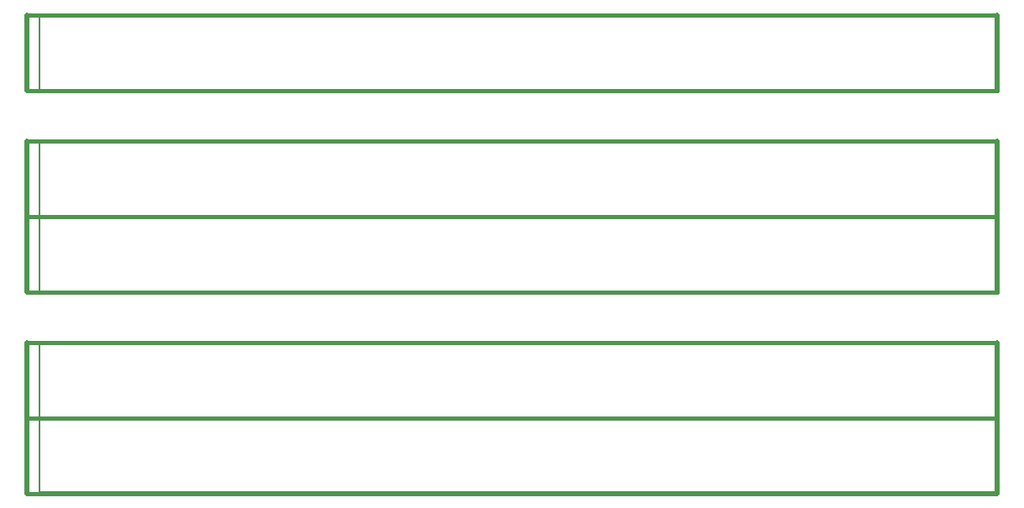
<source format=gbo>
G04 #@! TF.GenerationSoftware,KiCad,Pcbnew,5.1.9+dfsg1-1*
G04 #@! TF.CreationDate,2022-08-07T17:25:39-05:00*
G04 #@! TF.ProjectId,aarghweeno_88,61617267-6877-4656-956e-6f5f38382e6b,rev?*
G04 #@! TF.SameCoordinates,Original*
G04 #@! TF.FileFunction,Legend,Bot*
G04 #@! TF.FilePolarity,Positive*
%FSLAX46Y46*%
G04 Gerber Fmt 4.6, Leading zero omitted, Abs format (unit mm)*
G04 Created by KiCad (PCBNEW 5.1.9+dfsg1-1) date 2022-08-07 17:25:39*
%MOMM*%
%LPD*%
G01*
G04 APERTURE LIST*
%ADD10C,0.381000*%
%ADD11C,0.508000*%
%ADD12C,0.120000*%
%ADD13C,0.203200*%
%ADD14O,1.700000X1.700000*%
%ADD15R,1.700000X1.700000*%
%ADD16C,7.000000*%
%ADD17O,1.600000X2.400000*%
%ADD18R,1.600000X2.400000*%
%ADD19C,1.500000*%
%ADD20O,1.905000X2.000000*%
%ADD21R,1.905000X2.000000*%
%ADD22O,1.600000X1.600000*%
%ADD23C,1.600000*%
%ADD24O,2.000000X2.000000*%
%ADD25C,2.000000*%
%ADD26O,3.960000X1.980000*%
%ADD27R,3.960000X1.980000*%
%ADD28C,1.800000*%
%ADD29R,1.800000X1.800000*%
%ADD30R,1.600000X1.600000*%
G04 APERTURE END LIST*
D10*
X88265000Y-135255000D02*
X89535000Y-135255000D01*
D11*
X88265000Y-127635000D02*
X88265000Y-135255000D01*
D10*
X88265000Y-127635000D02*
X89535000Y-127635000D01*
D11*
X88265000Y-120015000D02*
X88265000Y-127635000D01*
D10*
X89535000Y-120015000D02*
X88265000Y-120015000D01*
D11*
X88265000Y-99695000D02*
X88265000Y-107315000D01*
D10*
X89535000Y-99695000D02*
X88265000Y-99695000D01*
X88265000Y-94615000D02*
X89535000Y-94615000D01*
D11*
X88265000Y-86995000D02*
X88265000Y-94615000D01*
D10*
X89535000Y-86995000D02*
X88265000Y-86995000D01*
D12*
X186055000Y-114935000D02*
X89535000Y-114935000D01*
X186055000Y-107315000D02*
X186055000Y-114935000D01*
D10*
X88265000Y-107315000D02*
X186055000Y-107315000D01*
X88265000Y-114935000D02*
X89535000Y-114935000D01*
D11*
X88265000Y-107315000D02*
X88265000Y-114935000D01*
D10*
X89535000Y-94615000D02*
X186055000Y-94615000D01*
D13*
X89535000Y-86995000D02*
X89535000Y-94615000D01*
D10*
X186055000Y-86995000D02*
X89535000Y-86995000D01*
D11*
X186055000Y-94615000D02*
X186055000Y-86995000D01*
X186055000Y-99695000D02*
X186055000Y-107315000D01*
D10*
X89535000Y-99695000D02*
X186055000Y-99695000D01*
D13*
X89535000Y-107315000D02*
X89535000Y-99695000D01*
D10*
X186055000Y-107315000D02*
X89535000Y-107315000D01*
D11*
X186055000Y-114935000D02*
X186055000Y-107315000D01*
D10*
X89535000Y-114935000D02*
X186055000Y-114935000D01*
D13*
X89535000Y-107315000D02*
X89535000Y-114935000D01*
X89535000Y-120015000D02*
X89535000Y-127635000D01*
D11*
X186055000Y-120015000D02*
X186055000Y-127635000D01*
D10*
X89535000Y-120015000D02*
X186055000Y-120015000D01*
X186055000Y-127635000D02*
X89535000Y-127635000D01*
D11*
X186055000Y-135255000D02*
X186055000Y-127635000D01*
X89535000Y-135255000D02*
X186055000Y-135255000D01*
D13*
X89535000Y-127635000D02*
X89535000Y-135255000D01*
%LPC*%
D14*
X106680000Y-66040000D03*
D15*
X104140000Y-66040000D03*
D16*
X182245000Y-140335000D03*
X181610000Y-51435000D03*
X92710000Y-140335000D03*
X92710000Y-51435000D03*
D15*
X90805000Y-133985000D03*
D14*
X93345000Y-133985000D03*
X95885000Y-133985000D03*
X98425000Y-133985000D03*
X100965000Y-133985000D03*
X103505000Y-133985000D03*
X106045000Y-133985000D03*
X108585000Y-133985000D03*
X111125000Y-133985000D03*
X113665000Y-133985000D03*
X116205000Y-133985000D03*
X118745000Y-133985000D03*
X121285000Y-133985000D03*
X123825000Y-133985000D03*
X126365000Y-133985000D03*
X128905000Y-133985000D03*
X131445000Y-133985000D03*
X133985000Y-133985000D03*
X136525000Y-133985000D03*
X139065000Y-133985000D03*
X141605000Y-133985000D03*
X144145000Y-133985000D03*
X146685000Y-133985000D03*
X149225000Y-133985000D03*
X151765000Y-133985000D03*
X154305000Y-133985000D03*
X156845000Y-133985000D03*
X159385000Y-133985000D03*
X161925000Y-133985000D03*
X164465000Y-133985000D03*
X167005000Y-133985000D03*
X169545000Y-133985000D03*
X172085000Y-133985000D03*
X174625000Y-133985000D03*
X177165000Y-133985000D03*
X179705000Y-133985000D03*
X182245000Y-133985000D03*
X184785000Y-133985000D03*
D15*
X90805000Y-131445000D03*
D14*
X93345000Y-131445000D03*
X95885000Y-131445000D03*
X98425000Y-131445000D03*
X100965000Y-131445000D03*
X103505000Y-131445000D03*
X106045000Y-131445000D03*
X108585000Y-131445000D03*
X111125000Y-131445000D03*
X113665000Y-131445000D03*
X116205000Y-131445000D03*
X118745000Y-131445000D03*
X121285000Y-131445000D03*
X123825000Y-131445000D03*
X126365000Y-131445000D03*
X128905000Y-131445000D03*
X131445000Y-131445000D03*
X133985000Y-131445000D03*
X136525000Y-131445000D03*
X139065000Y-131445000D03*
X141605000Y-131445000D03*
X144145000Y-131445000D03*
X146685000Y-131445000D03*
X149225000Y-131445000D03*
X151765000Y-131445000D03*
X154305000Y-131445000D03*
X156845000Y-131445000D03*
X159385000Y-131445000D03*
X161925000Y-131445000D03*
X164465000Y-131445000D03*
X167005000Y-131445000D03*
X169545000Y-131445000D03*
X172085000Y-131445000D03*
X174625000Y-131445000D03*
X177165000Y-131445000D03*
X179705000Y-131445000D03*
X182245000Y-131445000D03*
X184785000Y-131445000D03*
D15*
X90805000Y-128905000D03*
D14*
X93345000Y-128905000D03*
X95885000Y-128905000D03*
X98425000Y-128905000D03*
X100965000Y-128905000D03*
X103505000Y-128905000D03*
X106045000Y-128905000D03*
X108585000Y-128905000D03*
X111125000Y-128905000D03*
X113665000Y-128905000D03*
X116205000Y-128905000D03*
X118745000Y-128905000D03*
X121285000Y-128905000D03*
X123825000Y-128905000D03*
X126365000Y-128905000D03*
X128905000Y-128905000D03*
X131445000Y-128905000D03*
X133985000Y-128905000D03*
X136525000Y-128905000D03*
X139065000Y-128905000D03*
X141605000Y-128905000D03*
X144145000Y-128905000D03*
X146685000Y-128905000D03*
X149225000Y-128905000D03*
X151765000Y-128905000D03*
X154305000Y-128905000D03*
X156845000Y-128905000D03*
X159385000Y-128905000D03*
X161925000Y-128905000D03*
X164465000Y-128905000D03*
X167005000Y-128905000D03*
X169545000Y-128905000D03*
X172085000Y-128905000D03*
X174625000Y-128905000D03*
X177165000Y-128905000D03*
X179705000Y-128905000D03*
X182245000Y-128905000D03*
X184785000Y-128905000D03*
D15*
X90815000Y-126365000D03*
D14*
X93355000Y-126365000D03*
X95895000Y-126365000D03*
X98435000Y-126365000D03*
X100975000Y-126365000D03*
X103515000Y-126365000D03*
X106055000Y-126365000D03*
X108595000Y-126365000D03*
X111135000Y-126365000D03*
X113675000Y-126365000D03*
X116215000Y-126365000D03*
X118755000Y-126365000D03*
X121295000Y-126365000D03*
X123835000Y-126365000D03*
X126375000Y-126365000D03*
X128915000Y-126365000D03*
X131455000Y-126365000D03*
X133995000Y-126365000D03*
X136535000Y-126365000D03*
X139075000Y-126365000D03*
X141615000Y-126365000D03*
X144155000Y-126365000D03*
X146695000Y-126365000D03*
X149235000Y-126365000D03*
X151775000Y-126365000D03*
X154315000Y-126365000D03*
X156855000Y-126365000D03*
X159395000Y-126365000D03*
X161935000Y-126365000D03*
X164475000Y-126365000D03*
X167015000Y-126365000D03*
X169555000Y-126365000D03*
X172095000Y-126365000D03*
X174635000Y-126365000D03*
X177175000Y-126365000D03*
X179715000Y-126365000D03*
X182255000Y-126365000D03*
X184795000Y-126365000D03*
D15*
X90815000Y-123825000D03*
D14*
X93355000Y-123825000D03*
X95895000Y-123825000D03*
X98435000Y-123825000D03*
X100975000Y-123825000D03*
X103515000Y-123825000D03*
X106055000Y-123825000D03*
X108595000Y-123825000D03*
X111135000Y-123825000D03*
X113675000Y-123825000D03*
X116215000Y-123825000D03*
X118755000Y-123825000D03*
X121295000Y-123825000D03*
X123835000Y-123825000D03*
X126375000Y-123825000D03*
X128915000Y-123825000D03*
X131455000Y-123825000D03*
X133995000Y-123825000D03*
X136535000Y-123825000D03*
X139075000Y-123825000D03*
X141615000Y-123825000D03*
X144155000Y-123825000D03*
X146695000Y-123825000D03*
X149235000Y-123825000D03*
X151775000Y-123825000D03*
X154315000Y-123825000D03*
X156855000Y-123825000D03*
X159395000Y-123825000D03*
X161935000Y-123825000D03*
X164475000Y-123825000D03*
X167015000Y-123825000D03*
X169555000Y-123825000D03*
X172095000Y-123825000D03*
X174635000Y-123825000D03*
X177175000Y-123825000D03*
X179715000Y-123825000D03*
X182255000Y-123825000D03*
X184795000Y-123825000D03*
D15*
X90805000Y-121285000D03*
D14*
X93345000Y-121285000D03*
X95885000Y-121285000D03*
X98425000Y-121285000D03*
X100965000Y-121285000D03*
X103505000Y-121285000D03*
X106045000Y-121285000D03*
X108585000Y-121285000D03*
X111125000Y-121285000D03*
X113665000Y-121285000D03*
X116205000Y-121285000D03*
X118745000Y-121285000D03*
X121285000Y-121285000D03*
X123825000Y-121285000D03*
X126365000Y-121285000D03*
X128905000Y-121285000D03*
X131445000Y-121285000D03*
X133985000Y-121285000D03*
X136525000Y-121285000D03*
X139065000Y-121285000D03*
X141605000Y-121285000D03*
X144145000Y-121285000D03*
X146685000Y-121285000D03*
X149225000Y-121285000D03*
X151765000Y-121285000D03*
X154305000Y-121285000D03*
X156845000Y-121285000D03*
X159385000Y-121285000D03*
X161925000Y-121285000D03*
X164465000Y-121285000D03*
X167005000Y-121285000D03*
X169545000Y-121285000D03*
X172085000Y-121285000D03*
X174625000Y-121285000D03*
X177165000Y-121285000D03*
X179705000Y-121285000D03*
X182245000Y-121285000D03*
X184785000Y-121285000D03*
D15*
X90805000Y-118745000D03*
D14*
X93345000Y-118745000D03*
X95885000Y-118745000D03*
X98425000Y-118745000D03*
X100965000Y-118745000D03*
X103505000Y-118745000D03*
X106045000Y-118745000D03*
X108585000Y-118745000D03*
X111125000Y-118745000D03*
X113665000Y-118745000D03*
X116205000Y-118745000D03*
X118745000Y-118745000D03*
X121285000Y-118745000D03*
X123825000Y-118745000D03*
X126365000Y-118745000D03*
X128905000Y-118745000D03*
X131445000Y-118745000D03*
X133985000Y-118745000D03*
X136525000Y-118745000D03*
X139065000Y-118745000D03*
X141605000Y-118745000D03*
X144145000Y-118745000D03*
X146685000Y-118745000D03*
X149225000Y-118745000D03*
X151765000Y-118745000D03*
X154305000Y-118745000D03*
X156845000Y-118745000D03*
X159385000Y-118745000D03*
X161925000Y-118745000D03*
X164465000Y-118745000D03*
X167005000Y-118745000D03*
X169545000Y-118745000D03*
X172085000Y-118745000D03*
X174625000Y-118745000D03*
X177165000Y-118745000D03*
X179705000Y-118745000D03*
X182245000Y-118745000D03*
X184785000Y-118745000D03*
D15*
X90805000Y-116205000D03*
D14*
X93345000Y-116205000D03*
X95885000Y-116205000D03*
X98425000Y-116205000D03*
X100965000Y-116205000D03*
X103505000Y-116205000D03*
X106045000Y-116205000D03*
X108585000Y-116205000D03*
X111125000Y-116205000D03*
X113665000Y-116205000D03*
X116205000Y-116205000D03*
X118745000Y-116205000D03*
X121285000Y-116205000D03*
X123825000Y-116205000D03*
X126365000Y-116205000D03*
X128905000Y-116205000D03*
X131445000Y-116205000D03*
X133985000Y-116205000D03*
X136525000Y-116205000D03*
X139065000Y-116205000D03*
X141605000Y-116205000D03*
X144145000Y-116205000D03*
X146685000Y-116205000D03*
X149225000Y-116205000D03*
X151765000Y-116205000D03*
X154305000Y-116205000D03*
X156845000Y-116205000D03*
X159385000Y-116205000D03*
X161925000Y-116205000D03*
X164465000Y-116205000D03*
X167005000Y-116205000D03*
X169545000Y-116205000D03*
X172085000Y-116205000D03*
X174625000Y-116205000D03*
X177165000Y-116205000D03*
X179705000Y-116205000D03*
X182245000Y-116205000D03*
X184785000Y-116205000D03*
D15*
X90805000Y-113665000D03*
D14*
X93345000Y-113665000D03*
X95885000Y-113665000D03*
X98425000Y-113665000D03*
X100965000Y-113665000D03*
X103505000Y-113665000D03*
X106045000Y-113665000D03*
X108585000Y-113665000D03*
X111125000Y-113665000D03*
X113665000Y-113665000D03*
X116205000Y-113665000D03*
X118745000Y-113665000D03*
X121285000Y-113665000D03*
X123825000Y-113665000D03*
X126365000Y-113665000D03*
X128905000Y-113665000D03*
X131445000Y-113665000D03*
X133985000Y-113665000D03*
X136525000Y-113665000D03*
X139065000Y-113665000D03*
X141605000Y-113665000D03*
X144145000Y-113665000D03*
X146685000Y-113665000D03*
X149225000Y-113665000D03*
X151765000Y-113665000D03*
X154305000Y-113665000D03*
X156845000Y-113665000D03*
X159385000Y-113665000D03*
X161925000Y-113665000D03*
X164465000Y-113665000D03*
X167005000Y-113665000D03*
X169545000Y-113665000D03*
X172085000Y-113665000D03*
X174625000Y-113665000D03*
X177165000Y-113665000D03*
X179705000Y-113665000D03*
X182245000Y-113665000D03*
X184785000Y-113665000D03*
D15*
X90805000Y-108585000D03*
D14*
X93345000Y-108585000D03*
X95885000Y-108585000D03*
X98425000Y-108585000D03*
X100965000Y-108585000D03*
X103505000Y-108585000D03*
X106045000Y-108585000D03*
X108585000Y-108585000D03*
X111125000Y-108585000D03*
X113665000Y-108585000D03*
X116205000Y-108585000D03*
X118745000Y-108585000D03*
X121285000Y-108585000D03*
X123825000Y-108585000D03*
X126365000Y-108585000D03*
X128905000Y-108585000D03*
X131445000Y-108585000D03*
X133985000Y-108585000D03*
X136525000Y-108585000D03*
X139065000Y-108585000D03*
X141605000Y-108585000D03*
X144145000Y-108585000D03*
X146685000Y-108585000D03*
X149225000Y-108585000D03*
X151765000Y-108585000D03*
X154305000Y-108585000D03*
X156845000Y-108585000D03*
X159385000Y-108585000D03*
X161925000Y-108585000D03*
X164465000Y-108585000D03*
X167005000Y-108585000D03*
X169545000Y-108585000D03*
X172085000Y-108585000D03*
X174625000Y-108585000D03*
X177165000Y-108585000D03*
X179705000Y-108585000D03*
X182245000Y-108585000D03*
X184785000Y-108585000D03*
D15*
X90805000Y-111125000D03*
D14*
X93345000Y-111125000D03*
X95885000Y-111125000D03*
X98425000Y-111125000D03*
X100965000Y-111125000D03*
X103505000Y-111125000D03*
X106045000Y-111125000D03*
X108585000Y-111125000D03*
X111125000Y-111125000D03*
X113665000Y-111125000D03*
X116205000Y-111125000D03*
X118745000Y-111125000D03*
X121285000Y-111125000D03*
X123825000Y-111125000D03*
X126365000Y-111125000D03*
X128905000Y-111125000D03*
X131445000Y-111125000D03*
X133985000Y-111125000D03*
X136525000Y-111125000D03*
X139065000Y-111125000D03*
X141605000Y-111125000D03*
X144145000Y-111125000D03*
X146685000Y-111125000D03*
X149225000Y-111125000D03*
X151765000Y-111125000D03*
X154305000Y-111125000D03*
X156845000Y-111125000D03*
X159385000Y-111125000D03*
X161925000Y-111125000D03*
X164465000Y-111125000D03*
X167005000Y-111125000D03*
X169545000Y-111125000D03*
X172085000Y-111125000D03*
X174625000Y-111125000D03*
X177165000Y-111125000D03*
X179705000Y-111125000D03*
X182245000Y-111125000D03*
X184785000Y-111125000D03*
D15*
X90805000Y-106045000D03*
D14*
X93345000Y-106045000D03*
X95885000Y-106045000D03*
X98425000Y-106045000D03*
X100965000Y-106045000D03*
X103505000Y-106045000D03*
X106045000Y-106045000D03*
X108585000Y-106045000D03*
X111125000Y-106045000D03*
X113665000Y-106045000D03*
X116205000Y-106045000D03*
X118745000Y-106045000D03*
X121285000Y-106045000D03*
X123825000Y-106045000D03*
X126365000Y-106045000D03*
X128905000Y-106045000D03*
X131445000Y-106045000D03*
X133985000Y-106045000D03*
X136525000Y-106045000D03*
X139065000Y-106045000D03*
X141605000Y-106045000D03*
X144145000Y-106045000D03*
X146685000Y-106045000D03*
X149225000Y-106045000D03*
X151765000Y-106045000D03*
X154305000Y-106045000D03*
X156845000Y-106045000D03*
X159385000Y-106045000D03*
X161925000Y-106045000D03*
X164465000Y-106045000D03*
X167005000Y-106045000D03*
X169545000Y-106045000D03*
X172085000Y-106045000D03*
X174625000Y-106045000D03*
X177165000Y-106045000D03*
X179705000Y-106045000D03*
X182245000Y-106045000D03*
X184785000Y-106045000D03*
D15*
X90805000Y-103505000D03*
D14*
X93345000Y-103505000D03*
X95885000Y-103505000D03*
X98425000Y-103505000D03*
X100965000Y-103505000D03*
X103505000Y-103505000D03*
X106045000Y-103505000D03*
X108585000Y-103505000D03*
X111125000Y-103505000D03*
X113665000Y-103505000D03*
X116205000Y-103505000D03*
X118745000Y-103505000D03*
X121285000Y-103505000D03*
X123825000Y-103505000D03*
X126365000Y-103505000D03*
X128905000Y-103505000D03*
X131445000Y-103505000D03*
X133985000Y-103505000D03*
X136525000Y-103505000D03*
X139065000Y-103505000D03*
X141605000Y-103505000D03*
X144145000Y-103505000D03*
X146685000Y-103505000D03*
X149225000Y-103505000D03*
X151765000Y-103505000D03*
X154305000Y-103505000D03*
X156845000Y-103505000D03*
X159385000Y-103505000D03*
X161925000Y-103505000D03*
X164465000Y-103505000D03*
X167005000Y-103505000D03*
X169545000Y-103505000D03*
X172085000Y-103505000D03*
X174625000Y-103505000D03*
X177165000Y-103505000D03*
X179705000Y-103505000D03*
X182245000Y-103505000D03*
X184785000Y-103505000D03*
D15*
X90805000Y-100965000D03*
D14*
X93345000Y-100965000D03*
X95885000Y-100965000D03*
X98425000Y-100965000D03*
X100965000Y-100965000D03*
X103505000Y-100965000D03*
X106045000Y-100965000D03*
X108585000Y-100965000D03*
X111125000Y-100965000D03*
X113665000Y-100965000D03*
X116205000Y-100965000D03*
X118745000Y-100965000D03*
X121285000Y-100965000D03*
X123825000Y-100965000D03*
X126365000Y-100965000D03*
X128905000Y-100965000D03*
X131445000Y-100965000D03*
X133985000Y-100965000D03*
X136525000Y-100965000D03*
X139065000Y-100965000D03*
X141605000Y-100965000D03*
X144145000Y-100965000D03*
X146685000Y-100965000D03*
X149225000Y-100965000D03*
X151765000Y-100965000D03*
X154305000Y-100965000D03*
X156845000Y-100965000D03*
X159385000Y-100965000D03*
X161925000Y-100965000D03*
X164465000Y-100965000D03*
X167005000Y-100965000D03*
X169545000Y-100965000D03*
X172085000Y-100965000D03*
X174625000Y-100965000D03*
X177165000Y-100965000D03*
X179705000Y-100965000D03*
X182245000Y-100965000D03*
X184785000Y-100965000D03*
D15*
X90805000Y-98425000D03*
D14*
X93345000Y-98425000D03*
X95885000Y-98425000D03*
X98425000Y-98425000D03*
X100965000Y-98425000D03*
X103505000Y-98425000D03*
X106045000Y-98425000D03*
X108585000Y-98425000D03*
X111125000Y-98425000D03*
X113665000Y-98425000D03*
X116205000Y-98425000D03*
X118745000Y-98425000D03*
X121285000Y-98425000D03*
X123825000Y-98425000D03*
X126365000Y-98425000D03*
X128905000Y-98425000D03*
X131445000Y-98425000D03*
X133985000Y-98425000D03*
X136525000Y-98425000D03*
X139065000Y-98425000D03*
X141605000Y-98425000D03*
X144145000Y-98425000D03*
X146685000Y-98425000D03*
X149225000Y-98425000D03*
X151765000Y-98425000D03*
X154305000Y-98425000D03*
X156845000Y-98425000D03*
X159385000Y-98425000D03*
X161925000Y-98425000D03*
X164465000Y-98425000D03*
X167005000Y-98425000D03*
X169545000Y-98425000D03*
X172085000Y-98425000D03*
X174625000Y-98425000D03*
X177165000Y-98425000D03*
X179705000Y-98425000D03*
X182245000Y-98425000D03*
X184785000Y-98425000D03*
D15*
X90805000Y-95885000D03*
D14*
X93345000Y-95885000D03*
X95885000Y-95885000D03*
X98425000Y-95885000D03*
X100965000Y-95885000D03*
X103505000Y-95885000D03*
X106045000Y-95885000D03*
X108585000Y-95885000D03*
X111125000Y-95885000D03*
X113665000Y-95885000D03*
X116205000Y-95885000D03*
X118745000Y-95885000D03*
X121285000Y-95885000D03*
X123825000Y-95885000D03*
X126365000Y-95885000D03*
X128905000Y-95885000D03*
X131445000Y-95885000D03*
X133985000Y-95885000D03*
X136525000Y-95885000D03*
X139065000Y-95885000D03*
X141605000Y-95885000D03*
X144145000Y-95885000D03*
X146685000Y-95885000D03*
X149225000Y-95885000D03*
X151765000Y-95885000D03*
X154305000Y-95885000D03*
X156845000Y-95885000D03*
X159385000Y-95885000D03*
X161925000Y-95885000D03*
X164465000Y-95885000D03*
X167005000Y-95885000D03*
X169545000Y-95885000D03*
X172085000Y-95885000D03*
X174625000Y-95885000D03*
X177165000Y-95885000D03*
X179705000Y-95885000D03*
X182245000Y-95885000D03*
X184785000Y-95885000D03*
D15*
X90805000Y-93345000D03*
D14*
X93345000Y-93345000D03*
X95885000Y-93345000D03*
X98425000Y-93345000D03*
X100965000Y-93345000D03*
X103505000Y-93345000D03*
X106045000Y-93345000D03*
X108585000Y-93345000D03*
X111125000Y-93345000D03*
X113665000Y-93345000D03*
X116205000Y-93345000D03*
X118745000Y-93345000D03*
X121285000Y-93345000D03*
X123825000Y-93345000D03*
X126365000Y-93345000D03*
X128905000Y-93345000D03*
X131445000Y-93345000D03*
X133985000Y-93345000D03*
X136525000Y-93345000D03*
X139065000Y-93345000D03*
X141605000Y-93345000D03*
X144145000Y-93345000D03*
X146685000Y-93345000D03*
X149225000Y-93345000D03*
X151765000Y-93345000D03*
X154305000Y-93345000D03*
X156845000Y-93345000D03*
X159385000Y-93345000D03*
X161925000Y-93345000D03*
X164465000Y-93345000D03*
X167005000Y-93345000D03*
X169545000Y-93345000D03*
X172085000Y-93345000D03*
X174625000Y-93345000D03*
X177165000Y-93345000D03*
X179705000Y-93345000D03*
X182245000Y-93345000D03*
X184785000Y-93345000D03*
D15*
X90805000Y-90805000D03*
D14*
X93345000Y-90805000D03*
X95885000Y-90805000D03*
X98425000Y-90805000D03*
X100965000Y-90805000D03*
X103505000Y-90805000D03*
X106045000Y-90805000D03*
X108585000Y-90805000D03*
X111125000Y-90805000D03*
X113665000Y-90805000D03*
X116205000Y-90805000D03*
X118745000Y-90805000D03*
X121285000Y-90805000D03*
X123825000Y-90805000D03*
X126365000Y-90805000D03*
X128905000Y-90805000D03*
X131445000Y-90805000D03*
X133985000Y-90805000D03*
X136525000Y-90805000D03*
X139065000Y-90805000D03*
X141605000Y-90805000D03*
X144145000Y-90805000D03*
X146685000Y-90805000D03*
X149225000Y-90805000D03*
X151765000Y-90805000D03*
X154305000Y-90805000D03*
X156845000Y-90805000D03*
X159385000Y-90805000D03*
X161925000Y-90805000D03*
X164465000Y-90805000D03*
X167005000Y-90805000D03*
X169545000Y-90805000D03*
X172085000Y-90805000D03*
X174625000Y-90805000D03*
X177165000Y-90805000D03*
X179705000Y-90805000D03*
X182245000Y-90805000D03*
X184785000Y-90805000D03*
D15*
X90805000Y-88265000D03*
D14*
X93345000Y-88265000D03*
X95885000Y-88265000D03*
X98425000Y-88265000D03*
X100965000Y-88265000D03*
X103505000Y-88265000D03*
X106045000Y-88265000D03*
X108585000Y-88265000D03*
X111125000Y-88265000D03*
X113665000Y-88265000D03*
X116205000Y-88265000D03*
X118745000Y-88265000D03*
X121285000Y-88265000D03*
X123825000Y-88265000D03*
X126365000Y-88265000D03*
X128905000Y-88265000D03*
X131445000Y-88265000D03*
X133985000Y-88265000D03*
X136525000Y-88265000D03*
X139065000Y-88265000D03*
X141605000Y-88265000D03*
X144145000Y-88265000D03*
X146685000Y-88265000D03*
X149225000Y-88265000D03*
X151765000Y-88265000D03*
X154305000Y-88265000D03*
X156845000Y-88265000D03*
X159385000Y-88265000D03*
X161925000Y-88265000D03*
X164465000Y-88265000D03*
X167005000Y-88265000D03*
X169545000Y-88265000D03*
X172085000Y-88265000D03*
X174625000Y-88265000D03*
X177165000Y-88265000D03*
X179705000Y-88265000D03*
X182245000Y-88265000D03*
X184785000Y-88265000D03*
D15*
X90805000Y-81280000D03*
D14*
X93345000Y-81280000D03*
X95885000Y-81280000D03*
X98425000Y-81280000D03*
X100965000Y-81280000D03*
X103505000Y-81280000D03*
X106045000Y-81280000D03*
X108585000Y-81280000D03*
X111125000Y-81280000D03*
X113665000Y-81280000D03*
X116205000Y-81280000D03*
X118745000Y-81280000D03*
X121285000Y-81280000D03*
X123825000Y-81280000D03*
X126365000Y-81280000D03*
X128905000Y-81280000D03*
X131445000Y-81280000D03*
X133985000Y-81280000D03*
X136525000Y-81280000D03*
X139065000Y-81280000D03*
X141605000Y-81280000D03*
X144145000Y-81280000D03*
X146685000Y-81280000D03*
X149225000Y-81280000D03*
X151765000Y-81280000D03*
X154305000Y-81280000D03*
X156845000Y-81280000D03*
X159385000Y-81280000D03*
X161925000Y-81280000D03*
X164465000Y-81280000D03*
X167005000Y-81280000D03*
X169545000Y-81280000D03*
X172085000Y-81280000D03*
X174625000Y-81280000D03*
X177165000Y-81280000D03*
X179705000Y-81280000D03*
X182245000Y-81280000D03*
X184785000Y-81280000D03*
D17*
X149860000Y-71755000D03*
X116840000Y-64135000D03*
X147320000Y-71755000D03*
X119380000Y-64135000D03*
X144780000Y-71755000D03*
X121920000Y-64135000D03*
X142240000Y-71755000D03*
X124460000Y-64135000D03*
X139700000Y-71755000D03*
X127000000Y-64135000D03*
X137160000Y-71755000D03*
X129540000Y-64135000D03*
X134620000Y-71755000D03*
X132080000Y-64135000D03*
X132080000Y-71755000D03*
X134620000Y-64135000D03*
X129540000Y-71755000D03*
X137160000Y-64135000D03*
X127000000Y-71755000D03*
X139700000Y-64135000D03*
X124460000Y-71755000D03*
X142240000Y-64135000D03*
X121920000Y-71755000D03*
X144780000Y-64135000D03*
X119380000Y-71755000D03*
X147320000Y-64135000D03*
X116840000Y-71755000D03*
D18*
X149860000Y-64135000D03*
D19*
X125295000Y-56515000D03*
X130175000Y-56515000D03*
D20*
X110490000Y-50800000D03*
X107950000Y-50800000D03*
D21*
X105410000Y-50800000D03*
D22*
X175260000Y-71120000D03*
D23*
X162560000Y-71120000D03*
D22*
X175260000Y-67310000D03*
D23*
X162560000Y-67310000D03*
D22*
X175260000Y-63500000D03*
D23*
X162560000Y-63500000D03*
D22*
X175260000Y-59690000D03*
D23*
X162560000Y-59690000D03*
D22*
X175260000Y-50800000D03*
D23*
X162560000Y-50800000D03*
D22*
X162560000Y-74930000D03*
D23*
X175260000Y-74930000D03*
D24*
X162560000Y-55245000D03*
D25*
X175260000Y-55245000D03*
D14*
X184150000Y-69850000D03*
X181610000Y-69850000D03*
X184150000Y-67310000D03*
X181610000Y-67310000D03*
X184150000Y-64770000D03*
D15*
X181610000Y-64770000D03*
D26*
X95250000Y-72945000D03*
D27*
X95250000Y-67945000D03*
D28*
X156210000Y-52705000D03*
D29*
X156210000Y-50165000D03*
D23*
X111760000Y-62150000D03*
X111760000Y-57150000D03*
X112395000Y-71040000D03*
X112395000Y-66040000D03*
X138430000Y-55325000D03*
X138430000Y-60325000D03*
X142875000Y-60245000D03*
X142875000Y-55245000D03*
X120730000Y-50800000D03*
X125730000Y-50800000D03*
X133905000Y-50800000D03*
X128905000Y-50800000D03*
X107950000Y-62150000D03*
X107950000Y-57150000D03*
X104140000Y-62150000D03*
X104140000Y-57150000D03*
X95330000Y-59690000D03*
D30*
X100330000Y-59690000D03*
M02*

</source>
